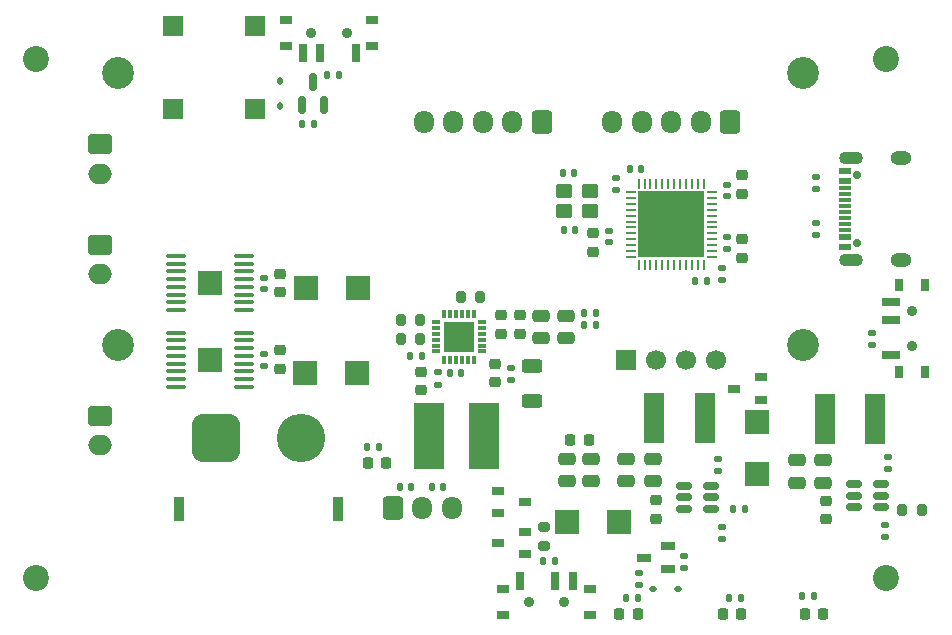
<source format=gbr>
%TF.GenerationSoftware,KiCad,Pcbnew,9.0.2*%
%TF.CreationDate,2025-12-01T22:51:16-05:00*%
%TF.ProjectId,VolleyBot,566f6c6c-6579-4426-9f74-2e6b69636164,rev?*%
%TF.SameCoordinates,Original*%
%TF.FileFunction,Soldermask,Top*%
%TF.FilePolarity,Negative*%
%FSLAX46Y46*%
G04 Gerber Fmt 4.6, Leading zero omitted, Abs format (unit mm)*
G04 Created by KiCad (PCBNEW 9.0.2) date 2025-12-01 22:51:16*
%MOMM*%
%LPD*%
G01*
G04 APERTURE LIST*
G04 Aperture macros list*
%AMRoundRect*
0 Rectangle with rounded corners*
0 $1 Rounding radius*
0 $2 $3 $4 $5 $6 $7 $8 $9 X,Y pos of 4 corners*
0 Add a 4 corners polygon primitive as box body*
4,1,4,$2,$3,$4,$5,$6,$7,$8,$9,$2,$3,0*
0 Add four circle primitives for the rounded corners*
1,1,$1+$1,$2,$3*
1,1,$1+$1,$4,$5*
1,1,$1+$1,$6,$7*
1,1,$1+$1,$8,$9*
0 Add four rect primitives between the rounded corners*
20,1,$1+$1,$2,$3,$4,$5,0*
20,1,$1+$1,$4,$5,$6,$7,0*
20,1,$1+$1,$6,$7,$8,$9,0*
20,1,$1+$1,$8,$9,$2,$3,0*%
G04 Aperture macros list end*
%ADD10RoundRect,0.250000X0.600000X0.725000X-0.600000X0.725000X-0.600000X-0.725000X0.600000X-0.725000X0*%
%ADD11O,1.700000X1.950000*%
%ADD12RoundRect,0.112500X-0.187500X-0.112500X0.187500X-0.112500X0.187500X0.112500X-0.187500X0.112500X0*%
%ADD13RoundRect,0.140000X-0.140000X-0.170000X0.140000X-0.170000X0.140000X0.170000X-0.140000X0.170000X0*%
%ADD14RoundRect,0.250000X-0.475000X0.250000X-0.475000X-0.250000X0.475000X-0.250000X0.475000X0.250000X0*%
%ADD15RoundRect,0.135000X-0.135000X-0.185000X0.135000X-0.185000X0.135000X0.185000X-0.135000X0.185000X0*%
%ADD16RoundRect,0.150000X-0.512500X-0.150000X0.512500X-0.150000X0.512500X0.150000X-0.512500X0.150000X0*%
%ADD17RoundRect,0.135000X0.135000X0.185000X-0.135000X0.185000X-0.135000X-0.185000X0.135000X-0.185000X0*%
%ADD18RoundRect,0.250000X0.475000X-0.250000X0.475000X0.250000X-0.475000X0.250000X-0.475000X-0.250000X0*%
%ADD19RoundRect,0.200000X0.200000X0.275000X-0.200000X0.275000X-0.200000X-0.275000X0.200000X-0.275000X0*%
%ADD20RoundRect,0.225000X0.250000X-0.225000X0.250000X0.225000X-0.250000X0.225000X-0.250000X-0.225000X0*%
%ADD21RoundRect,0.062500X-0.375000X-0.062500X0.375000X-0.062500X0.375000X0.062500X-0.375000X0.062500X0*%
%ADD22RoundRect,0.062500X-0.062500X-0.375000X0.062500X-0.375000X0.062500X0.375000X-0.062500X0.375000X0*%
%ADD23R,5.600000X5.600000*%
%ADD24R,2.500000X5.700000*%
%ADD25RoundRect,0.200000X-0.200000X-0.275000X0.200000X-0.275000X0.200000X0.275000X-0.200000X0.275000X0*%
%ADD26R,1.800000X4.200000*%
%ADD27RoundRect,0.140000X-0.170000X0.140000X-0.170000X-0.140000X0.170000X-0.140000X0.170000X0.140000X0*%
%ADD28RoundRect,0.250000X-0.600000X-0.725000X0.600000X-0.725000X0.600000X0.725000X-0.600000X0.725000X0*%
%ADD29RoundRect,0.135000X-0.185000X0.135000X-0.185000X-0.135000X0.185000X-0.135000X0.185000X0.135000X0*%
%ADD30R,1.700000X1.700000*%
%ADD31C,1.700000*%
%ADD32RoundRect,0.140000X0.170000X-0.140000X0.170000X0.140000X-0.170000X0.140000X-0.170000X-0.140000X0*%
%ADD33RoundRect,0.250000X-0.625000X0.312500X-0.625000X-0.312500X0.625000X-0.312500X0.625000X0.312500X0*%
%ADD34RoundRect,0.250000X0.450000X0.350000X-0.450000X0.350000X-0.450000X-0.350000X0.450000X-0.350000X0*%
%ADD35RoundRect,0.225000X-0.250000X0.225000X-0.250000X-0.225000X0.250000X-0.225000X0.250000X0.225000X0*%
%ADD36RoundRect,0.218750X0.218750X0.256250X-0.218750X0.256250X-0.218750X-0.256250X0.218750X-0.256250X0*%
%ADD37R,0.800000X1.000000*%
%ADD38C,0.900000*%
%ADD39R,1.500000X0.700000*%
%ADD40R,2.000000X2.000000*%
%ADD41C,2.200000*%
%ADD42RoundRect,0.135000X0.185000X-0.135000X0.185000X0.135000X-0.185000X0.135000X-0.185000X-0.135000X0*%
%ADD43R,1.250000X0.700000*%
%ADD44R,1.000000X0.800000*%
%ADD45R,0.900000X2.000000*%
%ADD46RoundRect,1.025000X1.025000X1.025000X-1.025000X1.025000X-1.025000X-1.025000X1.025000X-1.025000X0*%
%ADD47C,4.100000*%
%ADD48RoundRect,0.140000X0.140000X0.170000X-0.140000X0.170000X-0.140000X-0.170000X0.140000X-0.170000X0*%
%ADD49RoundRect,0.250000X-0.750000X0.600000X-0.750000X-0.600000X0.750000X-0.600000X0.750000X0.600000X0*%
%ADD50O,2.000000X1.700000*%
%ADD51C,2.700000*%
%ADD52RoundRect,0.150000X0.150000X-0.587500X0.150000X0.587500X-0.150000X0.587500X-0.150000X-0.587500X0*%
%ADD53RoundRect,0.200000X0.275000X-0.200000X0.275000X0.200000X-0.275000X0.200000X-0.275000X-0.200000X0*%
%ADD54C,0.610000*%
%ADD55O,1.750000X0.340000*%
%ADD56R,2.100000X2.030000*%
%ADD57RoundRect,0.218750X-0.256250X0.218750X-0.256250X-0.218750X0.256250X-0.218750X0.256250X0.218750X0*%
%ADD58R,0.700000X1.500000*%
%ADD59R,0.300000X0.700000*%
%ADD60R,0.700000X0.300000*%
%ADD61R,2.600000X2.600000*%
%ADD62RoundRect,0.218750X-0.218750X-0.256250X0.218750X-0.256250X0.218750X0.256250X-0.218750X0.256250X0*%
%ADD63RoundRect,0.112500X0.112500X-0.187500X0.112500X0.187500X-0.112500X0.187500X-0.112500X-0.187500X0*%
%ADD64C,0.700000*%
%ADD65R,1.100000X0.550000*%
%ADD66R,1.100000X0.300000*%
%ADD67O,2.000000X1.100000*%
%ADD68O,1.800000X1.200000*%
%ADD69R,1.800000X1.800000*%
G04 APERTURE END LIST*
D10*
%TO.C,J8*%
X120350000Y-73650000D03*
D11*
X117850000Y-73650000D03*
X115350000Y-73650000D03*
X112850000Y-73650000D03*
X110350000Y-73650000D03*
%TD*%
D12*
%TO.C,D8*%
X131900000Y-113200000D03*
X129800000Y-113200000D03*
%TD*%
D13*
%TO.C,C11*%
X133340000Y-87100000D03*
X134300000Y-87100000D03*
%TD*%
D14*
%TO.C,C15*%
X127500000Y-102150000D03*
X127500000Y-104050000D03*
%TD*%
%TO.C,C25*%
X144200000Y-102250000D03*
X144200000Y-104150000D03*
%TD*%
D15*
%TO.C,R26*%
X109230000Y-93422500D03*
X110250000Y-93422500D03*
%TD*%
D16*
%TO.C,U4*%
X132362500Y-104450000D03*
X132362500Y-105400000D03*
X132362500Y-106350000D03*
X134637500Y-106350000D03*
X134637500Y-105400000D03*
X134637500Y-104450000D03*
%TD*%
D17*
%TO.C,R9*%
X137520000Y-106400000D03*
X136500000Y-106400000D03*
%TD*%
D18*
%TO.C,C30*%
X122400000Y-91947500D03*
X122400000Y-90047500D03*
%TD*%
D19*
%TO.C,R18*%
X115125000Y-88460000D03*
X113475000Y-88460000D03*
%TD*%
D14*
%TO.C,C14*%
X129750000Y-102150000D03*
X129750000Y-104050000D03*
%TD*%
D20*
%TO.C,C23*%
X144450000Y-107250000D03*
X144450000Y-105700000D03*
%TD*%
D21*
%TO.C,U1*%
X127862500Y-79550000D03*
X127862500Y-80050000D03*
X127862500Y-80550000D03*
X127862500Y-81050000D03*
X127862500Y-81550000D03*
X127862500Y-82050000D03*
X127862500Y-82550000D03*
X127862500Y-83050000D03*
X127862500Y-83550000D03*
X127862500Y-84050000D03*
X127862500Y-84550000D03*
X127862500Y-85050000D03*
D22*
X128550000Y-85737500D03*
X129050000Y-85737500D03*
X129550000Y-85737500D03*
X130050000Y-85737500D03*
X130550000Y-85737500D03*
X131050000Y-85737500D03*
X131550000Y-85737500D03*
X132050000Y-85737500D03*
X132550000Y-85737500D03*
X133050000Y-85737500D03*
X133550000Y-85737500D03*
X134050000Y-85737500D03*
D21*
X134737500Y-85050000D03*
X134737500Y-84550000D03*
X134737500Y-84050000D03*
X134737500Y-83550000D03*
X134737500Y-83050000D03*
X134737500Y-82550000D03*
X134737500Y-82050000D03*
X134737500Y-81550000D03*
X134737500Y-81050000D03*
X134737500Y-80550000D03*
X134737500Y-80050000D03*
X134737500Y-79550000D03*
D22*
X134050000Y-78862500D03*
X133550000Y-78862500D03*
X133050000Y-78862500D03*
X132550000Y-78862500D03*
X132050000Y-78862500D03*
X131550000Y-78862500D03*
X131050000Y-78862500D03*
X130550000Y-78862500D03*
X130050000Y-78862500D03*
X129550000Y-78862500D03*
X129050000Y-78862500D03*
X128550000Y-78862500D03*
D23*
X131300000Y-82300000D03*
%TD*%
D24*
%TO.C,L4*%
X110800000Y-100210000D03*
X115500000Y-100190000D03*
%TD*%
D25*
%TO.C,R16*%
X108400000Y-92022500D03*
X110050000Y-92022500D03*
%TD*%
D26*
%TO.C,L1*%
X134150000Y-98650000D03*
X129850000Y-98650000D03*
%TD*%
D14*
%TO.C,C7*%
X122450000Y-102150000D03*
X122450000Y-104050000D03*
%TD*%
D27*
%TO.C,C2*%
X135600000Y-86000000D03*
X135600000Y-86960000D03*
%TD*%
D28*
%TO.C,J4*%
X107750000Y-106305000D03*
D11*
X110250000Y-106305000D03*
X112750000Y-106305000D03*
%TD*%
D14*
%TO.C,C26*%
X141950000Y-102250000D03*
X141950000Y-104150000D03*
%TD*%
D29*
%TO.C,R14*%
X117750000Y-94427500D03*
X117750000Y-95447500D03*
%TD*%
D27*
%TO.C,C4*%
X136000000Y-78940000D03*
X136000000Y-79900000D03*
%TD*%
D20*
%TO.C,C12*%
X130000000Y-107200000D03*
X130000000Y-105650000D03*
%TD*%
D30*
%TO.C,J1*%
X127460000Y-93750000D03*
D31*
X130000000Y-93750000D03*
X132540000Y-93750000D03*
X135080000Y-93750000D03*
%TD*%
D32*
%TO.C,C5*%
X126000000Y-83790000D03*
X126000000Y-82830000D03*
%TD*%
D33*
%TO.C,R19*%
X119550000Y-94300000D03*
X119550000Y-97225000D03*
%TD*%
D34*
%TO.C,Y1*%
X124400000Y-79472000D03*
X122200000Y-79472000D03*
X122200000Y-81172000D03*
X124400000Y-81172000D03*
%TD*%
D32*
%TO.C,C22*%
X126598586Y-79350000D03*
X126598586Y-78390000D03*
%TD*%
D35*
%TO.C,C33*%
X110150000Y-94772500D03*
X110150000Y-96322500D03*
%TD*%
D36*
%TO.C,D2*%
X137252500Y-115240000D03*
X135677500Y-115240000D03*
%TD*%
D37*
%TO.C,SW2*%
X150600000Y-94750000D03*
X152810000Y-94750000D03*
D38*
X151710000Y-92600000D03*
X151710000Y-89600000D03*
D37*
X150600000Y-87450000D03*
X152810000Y-87450000D03*
D39*
X149950000Y-93350000D03*
X149950000Y-90350000D03*
X149950000Y-88850000D03*
%TD*%
D14*
%TO.C,C8*%
X124550000Y-102150000D03*
X124550000Y-104050000D03*
%TD*%
D40*
%TO.C,D1*%
X138550000Y-99025000D03*
X138550000Y-103425000D03*
%TD*%
D32*
%TO.C,C24*%
X149700000Y-102960000D03*
X149700000Y-102000000D03*
%TD*%
D41*
%TO.C,H2*%
X77500000Y-112250000D03*
%TD*%
D42*
%TO.C,R8*%
X135575000Y-108925000D03*
X135575000Y-107905000D03*
%TD*%
D43*
%TO.C,Q3*%
X131000000Y-111450000D03*
X131000000Y-109550000D03*
X129000000Y-110500000D03*
%TD*%
D40*
%TO.C,D12*%
X126900000Y-107450000D03*
X122500000Y-107450000D03*
%TD*%
D15*
%TO.C,R5*%
X123905000Y-90825000D03*
X124925000Y-90825000D03*
%TD*%
D42*
%TO.C,R2*%
X143600000Y-79300000D03*
X143600000Y-78280000D03*
%TD*%
D44*
%TO.C,Q1*%
X138950000Y-97150000D03*
X138950000Y-95250000D03*
X136650000Y-96200000D03*
%TD*%
D13*
%TO.C,C10*%
X122240000Y-82800000D03*
X123200000Y-82800000D03*
%TD*%
D45*
%TO.C,J3*%
X103100000Y-106350000D03*
X89600000Y-106350000D03*
D46*
X92750000Y-100350000D03*
D47*
X99950000Y-100350000D03*
%TD*%
D41*
%TO.C,H3*%
X149500000Y-112250000D03*
%TD*%
D13*
%TO.C,C3*%
X127828798Y-77606497D03*
X128788798Y-77606497D03*
%TD*%
D18*
%TO.C,C29*%
X120300000Y-91947500D03*
X120300000Y-90047500D03*
%TD*%
D48*
%TO.C,C35*%
X111980000Y-104500000D03*
X111020000Y-104500000D03*
%TD*%
D17*
%TO.C,R6*%
X124925000Y-89775000D03*
X123905000Y-89775000D03*
%TD*%
D15*
%TO.C,R13*%
X142377500Y-113751000D03*
X143397500Y-113751000D03*
%TD*%
D17*
%TO.C,R27*%
X137227500Y-113890000D03*
X136207500Y-113890000D03*
%TD*%
D29*
%TO.C,R7*%
X111550000Y-94827500D03*
X111550000Y-95847500D03*
%TD*%
D17*
%TO.C,R15*%
X128520000Y-113900000D03*
X127500000Y-113900000D03*
%TD*%
D15*
%TO.C,R1*%
X102190000Y-69625000D03*
X103210000Y-69625000D03*
%TD*%
D32*
%TO.C,C18*%
X96800000Y-94260000D03*
X96800000Y-93300000D03*
%TD*%
D49*
%TO.C,J7*%
X82945000Y-98500000D03*
D50*
X82945000Y-101000000D03*
%TD*%
D41*
%TO.C,H4*%
X77500000Y-68250000D03*
%TD*%
D51*
%TO.C,H5*%
X84500000Y-69500000D03*
%TD*%
D52*
%TO.C,Q4*%
X100025000Y-72150000D03*
X101925000Y-72150000D03*
X100975000Y-70275000D03*
%TD*%
D53*
%TO.C,R25*%
X120500000Y-109525000D03*
X120500000Y-107875000D03*
%TD*%
D48*
%TO.C,C34*%
X109300000Y-104500000D03*
X108340000Y-104500000D03*
%TD*%
D10*
%TO.C,J2*%
X136300000Y-73645000D03*
D11*
X133800000Y-73645000D03*
X131300000Y-73645000D03*
X128800000Y-73645000D03*
X126300000Y-73645000D03*
%TD*%
D54*
%TO.C,U2*%
X91750000Y-86750000D03*
X91750000Y-87750000D03*
X92750000Y-86750000D03*
X92750000Y-87750000D03*
D55*
X89380000Y-84970000D03*
X89380000Y-85620000D03*
X89380000Y-86270000D03*
X89380000Y-86930000D03*
X89380000Y-87580000D03*
X89380000Y-88230000D03*
X89380000Y-88880000D03*
X89380000Y-89530000D03*
X95120000Y-89530000D03*
X95120000Y-88880000D03*
X95120000Y-88230000D03*
X95120000Y-87580000D03*
X95120000Y-86930000D03*
X95120000Y-86270000D03*
X95120000Y-85620000D03*
X95120000Y-84970000D03*
D56*
X92250000Y-87250000D03*
%TD*%
D57*
%TO.C,D3*%
X137300000Y-83537500D03*
X137300000Y-85112500D03*
%TD*%
D36*
%TO.C,FB1*%
X124337500Y-100550000D03*
X122762500Y-100550000D03*
%TD*%
D48*
%TO.C,C9*%
X123080000Y-77972000D03*
X122120000Y-77972000D03*
%TD*%
D36*
%TO.C,D4*%
X144175000Y-115251000D03*
X142600000Y-115251000D03*
%TD*%
D51*
%TO.C,H8*%
X84500000Y-92500000D03*
%TD*%
D42*
%TO.C,R10*%
X149450000Y-108770000D03*
X149450000Y-107750000D03*
%TD*%
D25*
%TO.C,R17*%
X108400000Y-90422500D03*
X110050000Y-90422500D03*
%TD*%
D44*
%TO.C,SW3*%
X117100000Y-113150000D03*
X117100000Y-115360000D03*
D38*
X119250000Y-114260000D03*
X122250000Y-114260000D03*
D44*
X124400000Y-113150000D03*
X124400000Y-115360000D03*
D58*
X118500000Y-112500000D03*
X121500000Y-112500000D03*
X123000000Y-112500000D03*
%TD*%
D54*
%TO.C,U3*%
X91750000Y-93250000D03*
X91750000Y-94250000D03*
X92750000Y-93250000D03*
X92750000Y-94250000D03*
D55*
X89380000Y-91470000D03*
X89380000Y-92120000D03*
X89380000Y-92770000D03*
X89380000Y-93430000D03*
X89380000Y-94080000D03*
X89380000Y-94730000D03*
X89380000Y-95380000D03*
X89380000Y-96030000D03*
X95120000Y-96030000D03*
X95120000Y-95380000D03*
X95120000Y-94730000D03*
X95120000Y-94080000D03*
X95120000Y-93430000D03*
X95120000Y-92770000D03*
X95120000Y-92120000D03*
X95120000Y-91470000D03*
D56*
X92250000Y-93750000D03*
%TD*%
D17*
%TO.C,R21*%
X121510000Y-110800000D03*
X120490000Y-110800000D03*
%TD*%
D40*
%TO.C,D10*%
X100400000Y-87700000D03*
X104800000Y-87700000D03*
%TD*%
D15*
%TO.C,R22*%
X100055000Y-73812500D03*
X101075000Y-73812500D03*
%TD*%
D59*
%TO.C,U7*%
X114600000Y-89860000D03*
X114100000Y-89860000D03*
X113600000Y-89860000D03*
X113100000Y-89860000D03*
X112600000Y-89860000D03*
X112100000Y-89860000D03*
D60*
X111400000Y-90550000D03*
X111400000Y-91050000D03*
X111400000Y-91550000D03*
X111400000Y-92050000D03*
X111400000Y-92550000D03*
X111400000Y-93050000D03*
D59*
X112100000Y-93740000D03*
X112600000Y-93740000D03*
X113100000Y-93740000D03*
X113600000Y-93740000D03*
X114100000Y-93740000D03*
X114600000Y-93740000D03*
D60*
X115300000Y-93050000D03*
X115300000Y-92550000D03*
X115300000Y-92050000D03*
X115300000Y-91550000D03*
X115300000Y-91050000D03*
X115300000Y-90550000D03*
D61*
X113350000Y-91800000D03*
%TD*%
D49*
%TO.C,J6*%
X82945000Y-84000000D03*
D50*
X82945000Y-86500000D03*
%TD*%
D49*
%TO.C,J5*%
X82945000Y-75500000D03*
D50*
X82945000Y-78000000D03*
%TD*%
D17*
%TO.C,R28*%
X106575000Y-101100000D03*
X105555000Y-101100000D03*
%TD*%
D36*
%TO.C,D6*%
X107175000Y-102500000D03*
X105600000Y-102500000D03*
%TD*%
D20*
%TO.C,C28*%
X118500000Y-91547500D03*
X118500000Y-89997500D03*
%TD*%
D62*
%TO.C,D5*%
X126925000Y-115300000D03*
X128500000Y-115300000D03*
%TD*%
D26*
%TO.C,L2*%
X148600000Y-98750000D03*
X144300000Y-98750000D03*
%TD*%
D42*
%TO.C,R12*%
X136000000Y-84345000D03*
X136000000Y-83325000D03*
%TD*%
D41*
%TO.C,H1*%
X149500000Y-68250000D03*
%TD*%
D20*
%TO.C,C16*%
X98200000Y-88050000D03*
X98200000Y-86500000D03*
%TD*%
D16*
%TO.C,U5*%
X146812500Y-104300000D03*
X146812500Y-105250000D03*
X146812500Y-106200000D03*
X149087500Y-106200000D03*
X149087500Y-105250000D03*
X149087500Y-104300000D03*
%TD*%
D44*
%TO.C,Q5*%
X118948586Y-110200000D03*
X118948586Y-108300000D03*
X116648586Y-109250000D03*
%TD*%
D63*
%TO.C,D7*%
X98175000Y-72262500D03*
X98175000Y-70162500D03*
%TD*%
D40*
%TO.C,D9*%
X100300000Y-94900000D03*
X104700000Y-94900000D03*
%TD*%
D35*
%TO.C,C1*%
X137300000Y-78150000D03*
X137300000Y-79700000D03*
%TD*%
D20*
%TO.C,C32*%
X116350000Y-95622500D03*
X116350000Y-94072500D03*
%TD*%
D64*
%TO.C,USB2*%
X147080000Y-83890000D03*
X147080000Y-78110000D03*
D65*
X146000000Y-84200000D03*
X146000000Y-83400000D03*
D66*
X146000000Y-82750000D03*
X146000000Y-82250000D03*
X146000000Y-81750000D03*
X146000000Y-81250000D03*
X146000000Y-80750000D03*
X146000000Y-80250000D03*
X146000000Y-79750000D03*
X146000000Y-79250000D03*
D65*
X146000000Y-78600000D03*
X146000000Y-77800000D03*
D67*
X146550000Y-85320000D03*
D68*
X150760000Y-85320000D03*
D67*
X146550000Y-76680000D03*
D68*
X150760000Y-76680000D03*
%TD*%
D32*
%TO.C,C13*%
X135250000Y-103130000D03*
X135250000Y-102170000D03*
%TD*%
D29*
%TO.C,R3*%
X143600000Y-82200000D03*
X143600000Y-83220000D03*
%TD*%
D44*
%TO.C,Q2*%
X116650000Y-104850000D03*
X116650000Y-106750000D03*
X118950000Y-105800000D03*
%TD*%
D29*
%TO.C,R4*%
X148300000Y-91490000D03*
X148300000Y-92510000D03*
%TD*%
D20*
%TO.C,C19*%
X98200000Y-94500000D03*
X98200000Y-92950000D03*
%TD*%
D32*
%TO.C,C17*%
X96800000Y-87800000D03*
X96800000Y-86840000D03*
%TD*%
D51*
%TO.C,H6*%
X142500000Y-69500000D03*
%TD*%
D20*
%TO.C,C6*%
X124700000Y-84610000D03*
X124700000Y-83060000D03*
%TD*%
%TO.C,C27*%
X116900000Y-91547500D03*
X116900000Y-89997500D03*
%TD*%
D42*
%TO.C,R23*%
X132350000Y-111410000D03*
X132350000Y-110390000D03*
%TD*%
D69*
%TO.C,BUZZER1*%
X96100000Y-72500000D03*
X96100000Y-65520000D03*
X89120000Y-65520000D03*
X89120000Y-72500000D03*
%TD*%
D44*
%TO.C,SW1*%
X106000000Y-67160000D03*
X106000000Y-64950000D03*
D38*
X103850000Y-66050000D03*
X100850000Y-66050000D03*
D44*
X98700000Y-67160000D03*
X98700000Y-64950000D03*
D58*
X104600000Y-67810000D03*
X101600000Y-67810000D03*
X100100000Y-67810000D03*
%TD*%
D19*
%TO.C,R11*%
X152500000Y-106500000D03*
X150850000Y-106500000D03*
%TD*%
D13*
%TO.C,C31*%
X112590000Y-94900000D03*
X113550000Y-94900000D03*
%TD*%
D51*
%TO.C,H7*%
X142500000Y-92500000D03*
%TD*%
D29*
%TO.C,R24*%
X128550000Y-111800000D03*
X128550000Y-112820000D03*
%TD*%
M02*

</source>
